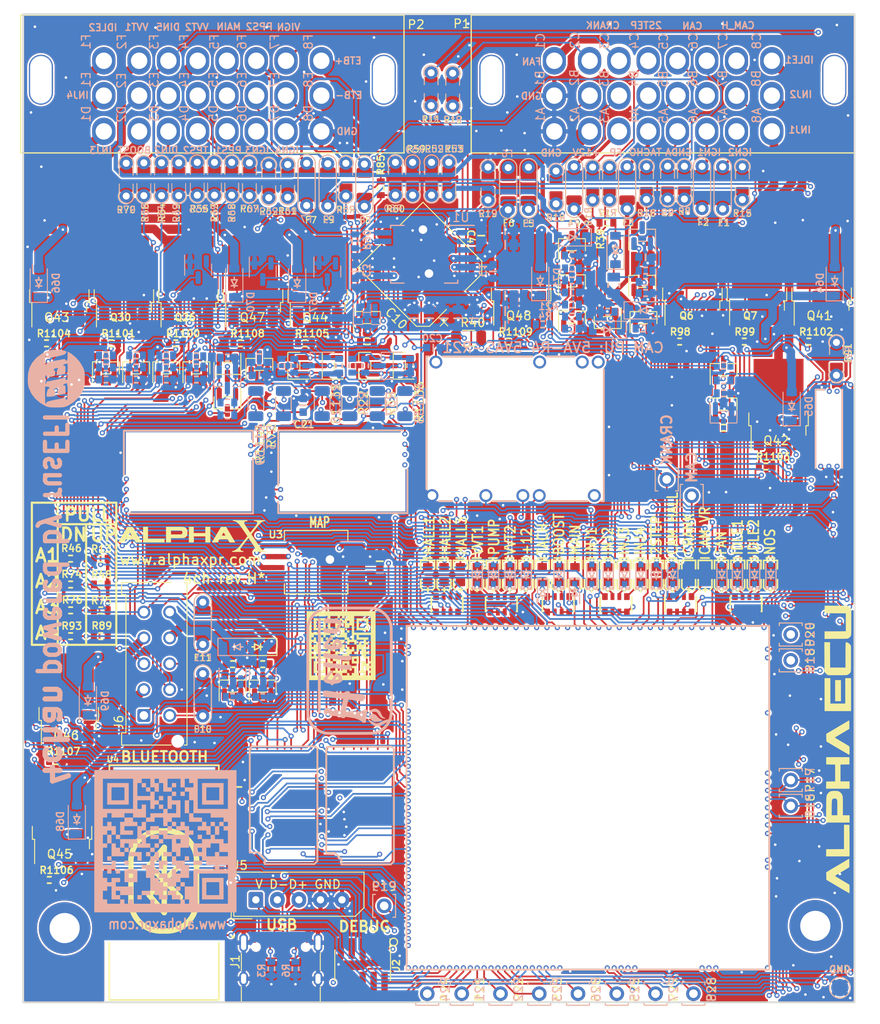
<source format=kicad_pcb>
(kicad_pcb (version 20221018) (generator pcbnew)

  (general
    (thickness 1.6)
  )

  (paper "A")
  (title_block
    (title "alpha4ch")
    (date "2023-03-19")
    (rev "G")
  )

  (layers
    (0 "F.Cu" signal)
    (1 "In1.Cu" signal)
    (2 "In2.Cu" signal)
    (31 "B.Cu" signal)
    (32 "B.Adhes" user "B.Adhesive")
    (33 "F.Adhes" user "F.Adhesive")
    (34 "B.Paste" user)
    (35 "F.Paste" user)
    (36 "B.SilkS" user "B.Silkscreen")
    (37 "F.SilkS" user "F.Silkscreen")
    (38 "B.Mask" user)
    (39 "F.Mask" user)
    (40 "Dwgs.User" user "User.Drawings")
    (41 "Cmts.User" user "User.Comments")
    (42 "Eco1.User" user "User.Eco1")
    (43 "Eco2.User" user "User.Eco2")
    (44 "Edge.Cuts" user)
    (45 "Margin" user)
    (46 "B.CrtYd" user "B.Courtyard")
    (47 "F.CrtYd" user "F.Courtyard")
    (48 "B.Fab" user)
    (49 "F.Fab" user)
  )

  (setup
    (stackup
      (layer "F.SilkS" (type "Top Silk Screen"))
      (layer "F.Paste" (type "Top Solder Paste"))
      (layer "F.Mask" (type "Top Solder Mask") (color "Green") (thickness 0.01))
      (layer "F.Cu" (type "copper") (thickness 0.035))
      (layer "dielectric 1" (type "core") (thickness 0.35) (material "FR4") (epsilon_r 4.5) (loss_tangent 0.02))
      (layer "In1.Cu" (type "copper") (thickness 0.018))
      (layer "dielectric 2" (type "prepreg") (thickness 0.774) (material "FR4") (epsilon_r 4.5) (loss_tangent 0.02))
      (layer "In2.Cu" (type "copper") (thickness 0.018))
      (layer "dielectric 3" (type "core") (thickness 0.35) (material "FR4") (epsilon_r 4.5) (loss_tangent 0.02))
      (layer "B.Cu" (type "copper") (thickness 0.035))
      (layer "B.Mask" (type "Bottom Solder Mask") (color "Green") (thickness 0.01))
      (layer "B.Paste" (type "Bottom Solder Paste"))
      (layer "B.SilkS" (type "Bottom Silk Screen"))
      (copper_finish "None")
      (dielectric_constraints no)
    )
    (pad_to_mask_clearance 0)
    (aux_axis_origin 21.1 170.7)
    (pcbplotparams
      (layerselection 0x00310fc_ffffffff)
      (plot_on_all_layers_selection 0x0000000_00000000)
      (disableapertmacros true)
      (usegerberextensions true)
      (usegerberattributes false)
      (usegerberadvancedattributes true)
      (creategerberjobfile false)
      (dashed_line_dash_ratio 12.000000)
      (dashed_line_gap_ratio 3.000000)
      (svgprecision 6)
      (plotframeref false)
      (viasonmask false)
      (mode 1)
      (useauxorigin true)
      (hpglpennumber 1)
      (hpglpenspeed 20)
      (hpglpendiameter 15.000000)
      (dxfpolygonmode true)
      (dxfimperialunits true)
      (dxfusepcbnewfont true)
      (psnegative false)
      (psa4output false)
      (plotreference true)
      (plotvalue false)
      (plotinvisibletext false)
      (sketchpadsonfab false)
      (subtractmaskfromsilk false)
      (outputformat 1)
      (mirror false)
      (drillshape 0)
      (scaleselection 1)
      (outputdirectory "gerber/")
    )
  )

  (net 0 "")
  (net 1 "GND")
  (net 2 "/IN_CRANK")
  (net 3 "+12V")
  (net 4 "Net-(Q21-S)")
  (net 5 "/HALL_OPT_PU/+12V_LIM")
  (net 6 "+3.3VA")
  (net 7 "Net-(D1-A)")
  (net 8 "Net-(D1-K)")
  (net 9 "Net-(D2-K)")
  (net 10 "Net-(D3-K)")
  (net 11 "+5VA")
  (net 12 "Net-(D12-A)")
  (net 13 "/OUT_IDLE2")
  (net 14 "Net-(D13-A)")
  (net 15 "/INJ1")
  (net 16 "/INJ2")
  (net 17 "+5V")
  (net 18 "/VIGN")
  (net 19 "/OUT_IGN1")
  (net 20 "/OUT_IGN2")
  (net 21 "/OUT_INJ2")
  (net 22 "/OUT_INJ1")
  (net 23 "/OUT_NOS")
  (net 24 "/OUT_IDLE1")
  (net 25 "/IN_CLT")
  (net 26 "/IN_IAT")
  (net 27 "/IN_2STEP")
  (net 28 "/OUT_FAN_RELAY")
  (net 29 "/OUT_TACH")
  (net 30 "/IN_CAM_HALL")
  (net 31 "/CRANK_N_PULLUP")
  (net 32 "Net-(D14-A)")
  (net 33 "Net-(D15-A)")
  (net 34 "Net-(D16-A)")
  (net 35 "/A7")
  (net 36 "+12V_RAW")
  (net 37 "/A6")
  (net 38 "/CAN-")
  (net 39 "/CAN+")
  (net 40 "/OUT_PUMP_RELAY")
  (net 41 "/A4")
  (net 42 "/A3")
  (net 43 "/A2")
  (net 44 "Net-(D10-A)")
  (net 45 "Net-(D11-A)")
  (net 46 "/OUT_IGN3")
  (net 47 "Net-(D17-A)")
  (net 48 "/IN_CRANK-")
  (net 49 "/IN_CRANK+")
  (net 50 "Net-(D20-K)")
  (net 51 "unconnected-(D25-Pad2)")
  (net 52 "Net-(D26-A)")
  (net 53 "Net-(D26-K)")
  (net 54 "/OUT_IGN4")
  (net 55 "unconnected-(D28-Pad2)")
  (net 56 "unconnected-(D29-Pad3)")
  (net 57 "Net-(D33-A)")
  (net 58 "Net-(D34-A)")
  (net 59 "GNDA")
  (net 60 "Net-(D35-A)")
  (net 61 "Net-(D36-A)")
  (net 62 "Net-(D37-K)")
  (net 63 "/IN_AFR")
  (net 64 "/IN_CAM_VR")
  (net 65 "Net-(D38-A)")
  (net 66 "Net-(D38-K)")
  (net 67 "Net-(D39-A)")
  (net 68 "/HALL3")
  (net 69 "Net-(D40-A)")
  (net 70 "/OUT_BOOST")
  (net 71 "Net-(D41-K)")
  (net 72 "/OUT_VVT1")
  (net 73 "Net-(D42-K)")
  (net 74 "/OUT_VVT2")
  (net 75 "/OUT_HS1")
  (net 76 "/IN_KNOCK")
  (net 77 "/OUT_HS2")
  (net 78 "/OUT_INJ5")
  (net 79 "/OUT_INJ6")
  (net 80 "/IN_MAP2")
  (net 81 "/OUT_INJ4")
  (net 82 "/MCU/VBUS")
  (net 83 "Net-(J1-CC1)")
  (net 84 "/OUT_MAIN")
  (net 85 "/MCU/USB+")
  (net 86 "/TACH_PULLUP")
  (net 87 "/MCU/USB-")
  (net 88 "/F5")
  (net 89 "/CRANK_P_PULLUP")
  (net 90 "/D7")
  (net 91 "/FAN_RELAY")
  (net 92 "/PUMP_RELAY")
  (net 93 "/TACH")
  (net 94 "/D6")
  (net 95 "/IN_VIGN")
  (net 96 "/THRESHOLD_VR_CM")
  (net 97 "/CAM_PULLDOWN")
  (net 98 "/HALL1")
  (net 99 "/VR_ANALOG_CM")
  (net 100 "/IN_CAM_VR-")
  (net 101 "/IN_CAM_VR+")
  (net 102 "unconnected-(J1-SBU1-PadA8)")
  (net 103 "Net-(J1-CC2)")
  (net 104 "unconnected-(J1-SBU2-PadB8)")
  (net 105 "/HALL2")
  (net 106 "/TLS115_PG")
  (net 107 "/MCU/NRESET")
  (net 108 "unconnected-(J2-Pin_8-Pad8)")
  (net 109 "unconnected-(J2-Pin_7-Pad7)")
  (net 110 "/B2")
  (net 111 "/B3")
  (net 112 "/B4")
  (net 113 "/B5")
  (net 114 "/B7")
  (net 115 "/C2")
  (net 116 "/C3")
  (net 117 "/C4")
  (net 118 "/C5")
  (net 119 "/C6")
  (net 120 "Net-(R22-Pad1)")
  (net 121 "/MCU/SWO")
  (net 122 "/MCU/SWCLK")
  (net 123 "Net-(R35-Pad1)")
  (net 124 "unconnected-(U3-Pad1)")
  (net 125 "/MCU/SWDIO")
  (net 126 "+3.3V")
  (net 127 "/TEMP_PULLUP")
  (net 128 "/AIN1")
  (net 129 "unconnected-(M4-SPI2_SCK-PadE1)")
  (net 130 "/AIN2")
  (net 131 "/AIN3")
  (net 132 "/OUT_IGN5")
  (net 133 "/AIN4")
  (net 134 "/OUT_IGN6")
  (net 135 "/PWR_EN")
  (net 136 "unconnected-(J7-Pin_1-Pad1)")
  (net 137 "unconnected-(J8-Pin_1-Pad1)")
  (net 138 "unconnected-(M1-VBAT-PadE1)")
  (net 139 "/MCU_BOOST")
  (net 140 "+5VAS")
  (net 141 "/2STEP_PULLDOWN")
  (net 142 "/MCU_IDLE2")
  (net 143 "/D5")
  (net 144 "/D4")
  (net 145 "/D3")
  (net 146 "/D2")
  (net 147 "/IN_D2")
  (net 148 "/IN_D3")
  (net 149 "/IN_D4")
  (net 150 "/IN_D5")
  (net 151 "/IN_TPS1")
  (net 152 "/IN_TPS2")
  (net 153 "/IN_PPS2")
  (net 154 "/IN_FLEX")
  (net 155 "/IN_PPS1")
  (net 156 "/NOS")
  (net 157 "/MAIN")
  (net 158 "/CAM_VR_PULLUP")
  (net 159 "/ETB_PWM")
  (net 160 "/BOOST")
  (net 161 "/IDLE2")
  (net 162 "/THRESHOLD_VR_CR")
  (net 163 "/VVT1")
  (net 164 "/IDLE1")
  (net 165 "/VVT2")
  (net 166 "/INJ3")
  (net 167 "/INJ4")
  (net 168 "/D2_PULLDOWN")
  (net 169 "/D3_PULLDOWN")
  (net 170 "/D4_PULLDOWN")
  (net 171 "/D5_PULLDOWN")
  (net 172 "/ETB_DIR")
  (net 173 "/ETB_DIS")
  (net 174 "/VR_ANALOG_CR")
  (net 175 "/D1")
  (net 176 "/E3")
  (net 177 "/E4")
  (net 178 "/E5")
  (net 179 "/E6")
  (net 180 "/E7")
  (net 181 "/E8")
  (net 182 "/F3")
  (net 183 "/F4")
  (net 184 "/F6")
  (net 185 "/F7")
  (net 186 "/F8")
  (net 187 "/MCU_IDLE1")
  (net 188 "/MCU_FAN_RELAY")
  (net 189 "/MCU_INJ4")
  (net 190 "/MCU_INJ3")
  (net 191 "/MCU_INJ2")
  (net 192 "/MCU_INJ1")
  (net 193 "unconnected-(R49-Pad5)")
  (net 194 "/OUT_ETB+")
  (net 195 "/OUT_ETB-")
  (net 196 "Net-(R72-Pad1)")
  (net 197 "unconnected-(R49-Pad4)")
  (net 198 "/IN_KNOCK_RAW")
  (net 199 "unconnected-(U3-Pad5)")
  (net 200 "unconnected-(U3-Pad6)")
  (net 201 "unconnected-(U3-Pad7)")
  (net 202 "unconnected-(U3-Pad8)")
  (net 203 "unconnected-(M6-OUT_IGN8-PadS1)")
  (net 204 "unconnected-(M6-OUT_IGN7-PadS2)")
  (net 205 "unconnected-(M6-OUT_IGN6-PadS3)")
  (net 206 "unconnected-(M6-OUT_IGN5-PadS4)")
  (net 207 "unconnected-(M6-OUT_IGN4-PadS5)")
  (net 208 "unconnected-(M6-OUT_IGN3-PadS6)")
  (net 209 "/INJ6")
  (net 210 "/INJ5")
  (net 211 "/MCU_INJ6")
  (net 212 "/MCU_INJ5")
  (net 213 "unconnected-(M4-SPI2_MISO-PadE2)")
  (net 214 "unconnected-(M4-SPI2_MOSI-PadE3)")
  (net 215 "unconnected-(M4-SPI2_CS-PadE4)")
  (net 216 "Net-(M4-OUT_IO3)")
  (net 217 "unconnected-(M4-IO6-PadE35)")
  (net 218 "/HS/IN1")
  (net 219 "/HS/IN2")
  (net 220 "unconnected-(M4-IO7-PadE36)")
  (net 221 "unconnected-(M4-USBID-PadN1)")
  (net 222 "unconnected-(M4-BOOT0-PadN5)")
  (net 223 "Net-(M4-SPI3_CS)")
  (net 224 "Net-(M4-SPI3_SCK)")
  (net 225 "Net-(M4-SPI3_MISO)")
  (net 226 "Net-(M4-SPI3_MOSI)")
  (net 227 "Net-(M4-I2C_SCL)")
  (net 228 "Net-(M4-I2C_SDA)")
  (net 229 "unconnected-(M4-IO5-PadN23)")
  (net 230 "/MCU/UART_TX")
  (net 231 "/MCU/UART_RX")
  (net 232 "Net-(M4-UART8_RX)")
  (net 233 "Net-(M4-UART8_TX)")
  (net 234 "unconnected-(M4-VBAT-PadN27)")
  (net 235 "unconnected-(M4-V5A_SWITCHABLE-PadN30)")
  (net 236 "unconnected-(M4-V33-PadN32)")
  (net 237 "/IN_MAP")
  (net 238 "unconnected-(M4-VREF2-PadS5)")
  (net 239 "unconnected-(M4-IN_O2S-PadS16)")
  (net 240 "/VREF")
  (net 241 "Net-(M4-IN_AT1)")
  (net 242 "Net-(Q1-D)")
  (net 243 "Net-(Q2-G)")
  (net 244 "Net-(Q3-D)")
  (net 245 "Net-(Q5-D)")
  (net 246 "Net-(Q8-D)")
  (net 247 "Net-(Q9-D)")
  (net 248 "Net-(Q12-D)")
  (net 249 "Net-(Q13-D)")
  (net 250 "Net-(Q14-D)")
  (net 251 "Net-(Q15-D)")
  (net 252 "Net-(Q16-G)")
  (net 253 "Net-(Q20-D)")
  (net 254 "Net-(Q21-G)")
  (net 255 "Net-(Q22-D)")
  (net 256 "Net-(Q23-D)")
  (net 257 "Net-(Q35-S)")
  (net 258 "Net-(Q35-G)")
  (net 259 "Net-(Q36-D)")
  (net 260 "Net-(Q49-G)")
  (net 261 "Net-(Q49-S)")
  (net 262 "Net-(Q50-D)")
  (net 263 "Net-(Q51-D)")
  (net 264 "Net-(Q52-G)")
  (net 265 "Net-(Q52-S)")
  (net 266 "Net-(Q53-D)")
  (net 267 "Net-(R1126-Pad1)")
  (net 268 "Net-(R1135-Pad1)")
  (net 269 "Net-(R1139-Pad1)")
  (net 270 "unconnected-(U1-SO-Pad3)")
  (net 271 "unconnected-(U4-IO2-Pad6)")
  (net 272 "unconnected-(U4-IO1-Pad5)")
  (net 273 "Net-(J6-Pin_6)")
  (net 274 "Net-(J6-Pin_8)")
  (net 275 "+12V_ETB")
  (net 276 "Net-(M4-IN_AT2)")
  (net 277 "unconnected-(M4-V33_REF-PadW3)")

  (footprint "hellen-one-common:PAD-0805-PAD" (layer "F.Cu") (at 97.85 75.55 90))

  (footprint "hellen-one-common:PAD-TH" (layer "F.Cu") (at 110.2 131 -90))

  (footprint "hellen-one-common:PAD-1206-PAD" (layer "F.Cu") (at 41.94 135 90))

  (footprint "hellen-one-common:R0603-4" (layer "F.Cu") (at 105 124.5 90))

  (footprint "hellen-one-common:LED-0603" (layer "F.Cu") (at 71.9 121.1 -90))

  (footprint "hellen-one-common:PAD-TH" (layer "F.Cu") (at 81 169.7 -90))

  (footprint "Resistor_SMD:R_1206_3216Metric" (layer "F.Cu") (at 65.4 101.2 -90))

  (footprint "hellen-one-common:R0603" (layer "F.Cu") (at 53.8 94.2))

  (footprint "hellen-one-common:R0603" (layer "F.Cu") (at 26.6 128.2))

  (footprint "MountingHole:MountingHole_4.5mm_Pad" (layer "F.Cu") (at 25.903 162.081))

  (footprint "hellen-one-common:LED-0603" (layer "F.Cu") (at 68.1 121.1 -90))

  (footprint "hellen-one-common:PAD-0805-PAD" (layer "F.Cu") (at 66.3 75.1 -90))

  (footprint "hellen-one-common:PAD-0805-PAD" (layer "F.Cu") (at 95.9 75.55 90))

  (footprint "hellen-one-common:PAD-0805-PAD" (layer "F.Cu") (at 45.3 75.1 90))

  (footprint "hellen-one-common:DPAK" (layer "F.Cu") (at 47.78 88.1 90))

  (footprint "Connector_Molex:Molex_SPOX_5267-05A_1x05_P2.50mm_Vertical" (layer "F.Cu") (at 48.1 158.8))

  (footprint "hellen-one-common:PAD-1206-PAD" (layer "F.Cu") (at 85.05 76.15 -90))

  (footprint "hellen-one-common:SOT-23" (layer "F.Cu") (at 102.4 101.3 90))

  (footprint "hellen-one-common:PAD-0805-PAD" (layer "F.Cu") (at 115.5 96 90))

  (footprint "hellen-one-common:R0603" (layer "F.Cu") (at 97.3 94))

  (footprint "hellen-one-common:SOT-23" (layer "F.Cu") (at 64.8 96.8 180))

  (footprint "hellen-one-common:LED-0603" (layer "F.Cu") (at 87.1 121.1 -90))

  (footprint "hellen-one-common:C0603" (layer "F.Cu") (at 74.3 81.7 -90))

  (footprint "hellen-one-common:R0603" (layer "F.Cu") (at 112.3 94))

  (footprint "hellen-one-common:DPAK" (layer "F.Cu") (at 78.9 87.9 90))

  (footprint "hellen-one-common:R0603-4" (layer "F.Cu") (at 83.2 124.5 90))

  (footprint "hellen-one-common:SOT-23" (layer "F.Cu") (at 48.509999 96.7 90))

  (footprint "hellen-one-common:LED-0603" (layer "F.Cu") (at 94.650002 121.100001 -90))

  (footprint "alphax-4ch:33311-24AW-2" (layer "F.Cu") (at 30.45 69.6))

  (footprint "hellen-one-common:LED-0603" (layer "F.Cu") (at 96.5 121.1 -90))

  (footprint "hellen-one-common:PAD-TH" (layer "F.Cu") (at 63 159.5))

  (footprint "hellen-one-common:R0603" (layer "F.Cu") (at 46.3 94.2))

  (footprint "hellen-one-common:PAD-0805-PAD" (layer "F.Cu") (at 68.45 64.7 90))

  (footprint "hellen-one-common:SOT-23" (layer "F.Cu") (at 56.5625 96.8 180))

  (footprint "hellen-one-common:PAD-TH" (layer "F.Cu") (at 85.5 169.7 -90))

  (footprint "hellen-one-common:PAD-0805-PAD" (layer "F.Cu") (at 64.3 75.1 90))

  (footprint "Connector_USB:USB_C_Receptacle_XKB_U262-16XN-4BVC11" (layer "F.Cu") (at 51 166.885))

  (footprint "hellen-one-common:R0603" (layer "F.Cu") (at 61 93.9625))

  (footprint "hellen-one-common:PAD-TH" (layer "F.Cu") (at 110.2 147.9 -90))

  (footprint "hellen-one-common:DPAK" (layer "F.Cu") (at 25.6 150.4 90))

  (footprint "hellen-one-common:PAD-TH" (layer "F.Cu") (at 72 169.7 -90))

  (footprint "hellen-one-common:SOT-23" (layer "F.Cu") (at 37.7 97.1 90))

  (footprint "hellen-one-common:SOT-23" (layer "F.Cu") (at 48.9 134.042419 90))

  (footprint "hellen-one-common:R0603" (layer "F.Cu") (at 102.4 104))

  (footprint "hellen-one-common:R0603" (layer "F.Cu") (at 31.3 94.2))

  (footprint "hellen-one-common:SOT-23" (layer "F.Cu") (at 84.8 91.2 90))

  (footprint "hellen-one-common:PAD-0805-PAD" (layer "F.Cu") (at 89.15 75.65 90))

  (footprint "hellen-one-common:LED-0603" (layer "F.Cu") (at 90.9 121.1 -90))

  (footprint "hellen-one-common:LED-0603" (layer "F.Cu") (at 73.8 121.1 -90))

  (footprint "hellen-one-common:PAD-0805-PAD" placed (layer "F.Cu")
    (tstamp 58efa3f2-be84-4fde-97fc-e560614266d4)
    (at 43.3 75.1 90)
    (property "LCSC" " C17477")
    (property "Sheetfile" "alphax_4ch.kicad_sch")
    (property "Sheetname" "")
    (path "/5d343280-4f45-48d4-b29d-31914e89ed8c")
    (attr smd)
    (fp_text reference "R63" (at -3.91 0 90) (layer "F.SilkS")
        (effects (font (size 0.762 0.762) (thickness 0.127)))
      (tstamp 0ad77d6e-b03c-459c-94b8-52f88583f442)
    )
    (fp_text value "Jumper-Pad-Pad" (at 0 1.27 90) (layer "F.SilkS") hide
        (effects (font (size 0.50038 0.50038) (thickness 0.10922)))
      (tstamp 48965fc2-dc76-4894-8a3b-c1e417b5c9e6)
    )
    (fp_text user "${REFERENCE}" (at -3.96 0.05 90) (layer "B.SilkS")
        (effects (font (size 0.762 0.762) (thickness 0.127)) (justify mirror))
      (tstamp f1786945-a72f-41ce-992b-48f778fa1afe)
    )
    (fp_line (start -1.524 0.8) (end -0.508 0.8)
      (stroke (width 0.09906) (type solid)) (layer "B.SilkS") (tstamp a3871d97-4f69-4180-bb47-7fd254e54efe))
    (fp_line (start -0.508 -0.8) (end -1.524 -0.8)
      (stroke (width 0.09906) (type solid)) (layer "B.SilkS") (tstamp f5a6b103-dcbc-4758-8c7e-6e0a610b55c8))
    (fp_line (start 0.508 0.8) (end 1.524 0.8)
      (stroke (width 0.09906) (type solid)) (layer "B.SilkS") (tstamp 35c1ef97-023c-4f7f-b2df-506e691fb536))
    (fp_line (start 1.524 -0.8) (end 0.508 -0.8)
      (stroke (width 0.09906) (type solid)) (layer "B.SilkS") (tstamp 62444ba6-4f27-4cac-ae5e-23a0596adf5f))
    (fp_arc (start -1.579 0.801638) (mid -2.770387 -0.002161) (end -1.575 -0.8)
      (stroke (width 0.12) (type solid)) (layer "B.SilkS") (tstamp 1be1e9a0-37a9-4a7c-8275-94759aafeab4))
    (fp_arc (start 1.575 -0.8) (mid 2.770378 -0.004642) (end 1.583602 0.803495)
      (stroke (width 0.12) (type solid)) (layer "B.SilkS") (tstamp 903721ba-b400-489b-8ee4-684c99625fb4))
    (fp_line (start -1.524 -0.8) (end -0.508 -0.8)
      (stroke (width 0.09906) (type solid)) (layer "F.SilkS") (tstamp a31809d6-4ea0-4555-abd3-ec0c81f950ca))
    (fp_line (start -0.508 0.8) (end -1.524 0.8)
      (stroke (width 0.09906) (type solid)) (layer "F.SilkS") (tstamp 738dc791-17c3-4566-acc2-eb70044df016))
    (fp_line (start 0.508 -0.8) (end 1.524 -0.8)
      (stroke (width 0.09906) (type solid)) (layer "F.SilkS") (tstamp f1e74c8c-60aa-446d-9833-593770db3211))
    (fp_line (start 1.524 0.8) (end 0.508 0.8)
      (stroke (width 0.09906) (type solid)) (layer "F.SilkS") (tstamp fa07bde0-c972-4034-9c0a-881092e87394))
    (fp_arc (start -1.583602 0.803495) (mid -2.770378 -0.004642) (end -1.575 -0.8)
      (stroke (width 0.12) (type solid)) (layer "F.SilkS") (tstamp 6969b2dc-a06e-4d35-904e-77c816da9e2f))
    (fp_arc (start 1.575 -0.8) (mid 2.770387 -0.002161) (end 1.579 0.801638)
      (stroke (width 0.12) (type solid)) (layer "F.SilkS") (tstamp aa1a037c-7fca-4356-a817-6fb60b8a6884))
    (pad "1" thru_hole circle (at -1.905 0 90) (size 1.524 1.524) (drill 0.8128) (layers "*.Cu" "*.Mask")
      (net 149 "/IN_D4") (pinfunction "1") (pintype "passive") (tstamp 2590955b-d9cc-4692-a114-ba951df1078c))
    (pad "1" smd roundrect (at -0.950001 0 90) (size 1.000001 1.45) (layers "F.Cu" "F.Paste" "F.Mask") (roundrect_rratio 0.0999999)
      (net 149 "/IN_D4") (pinfunction "1") (pintype "passive") (tstamp 1695e2bc-6d75-4e5b-b933-6f89b718c703))
    (pad "2" smd roundrect (at 0.950021 0 90) (size 1.000001 1.45) (layers "F.Cu" "F.Paste" "F.Mask") (roundrect_rratio 0.0999999)
      (net 177 "/E4") (pinfunction "2") (pintype "passive") (tstamp 1027d258-5925-
... [4752450 chars truncated]
</source>
